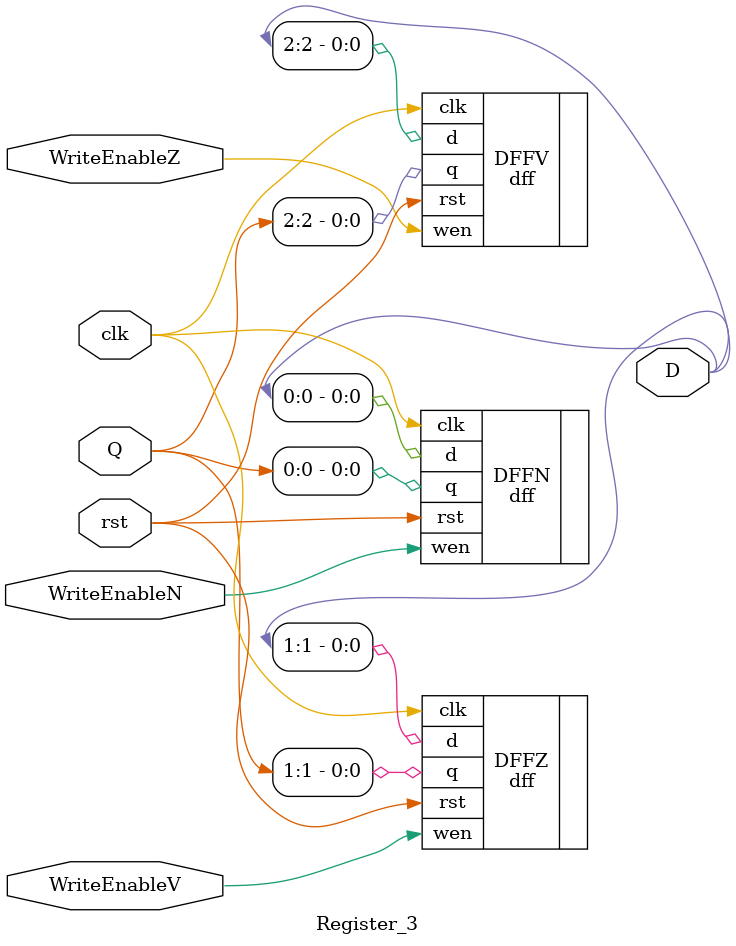
<source format=v>
module Register_3(Q,D,clk,rst,WriteEnableN,WriteEnableZ,WriteEnableV);
input[2:0] Q;
output[2:0] D;
input clk,rst,WriteEnableN,WriteEnableZ,WriteEnableV;
dff DFFN(.q(Q[0]), .d(D[0]), .wen(WriteEnableN), .clk(clk), .rst(rst));
dff DFFZ(.q(Q[1]), .d(D[1]), .wen(WriteEnableV), .clk(clk), .rst(rst));
dff DFFV(.q(Q[2]), .d(D[2]), .wen(WriteEnableZ), .clk(clk), .rst(rst));

endmodule
</source>
